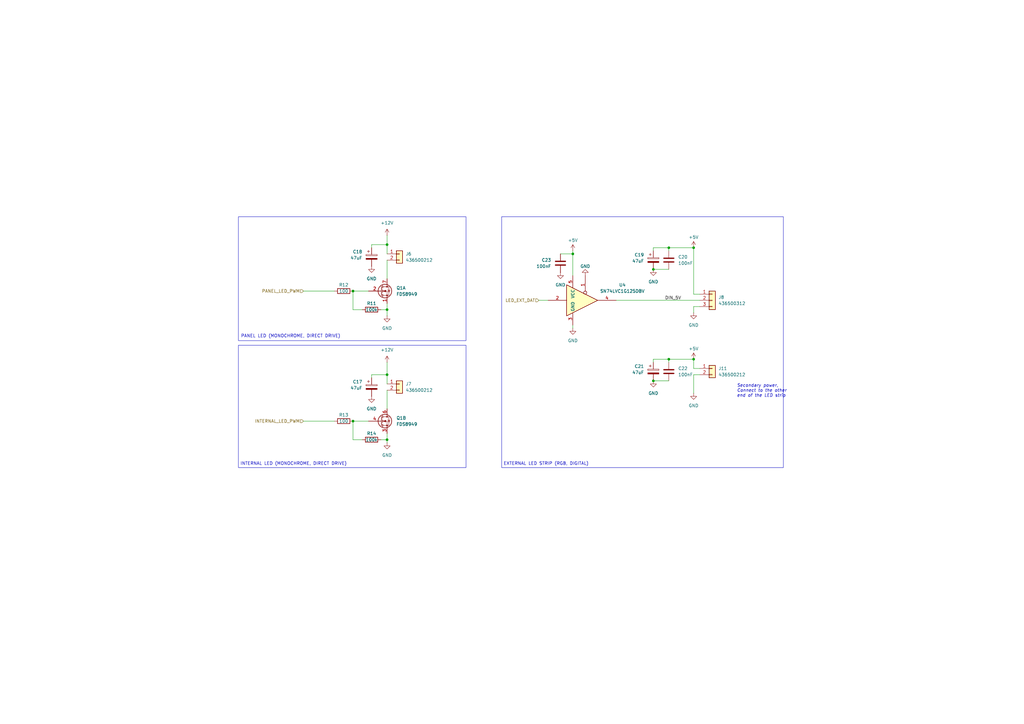
<source format=kicad_sch>
(kicad_sch (version 20231120) (generator "eeschema") (generator_version "8.0")
  (paper "A3")
  (title_block (title "Porto - Butterfly") (date "2025-02-15") (rev "v2.0"))
  (lib_symbols
    (symbol "74xGxx:SN74LVC1G125DBV"
      (property "Reference" "U" (at -10.16 7.62 0))
      (property "Value" "SN74LVC1G125DBV" (at 2.54 -7.62 0))
      (symbol "SN74LVC1G125DBV_0_1"
        (polyline (pts (xy -7.62 6.35) (xy -7.62 -6.35) (xy 5.08 0) (xy -7.62 6.35)) (stroke (width 0.254)) (fill (type background)))
      )
      (symbol "SN74LVC1G125DBV_1_1"
        (pin input inverted (at 0 10.16 270) (length 7.62) (name "~") (number "1"))
        (pin input line (at -15.24 0 0) (length 7.62) (name "~") (number "2"))
        (pin power_in line (at -5.08 -10.16 90) (length 5.08) (name "GND") (number "3"))
        (pin tri_state line (at 12.7 0 180) (length 7.62) (name "~") (number "4"))
        (pin power_in line (at -5.08 10.16 270) (length 5.08) (name "VCC") (number "5"))
      )
    )
    (symbol "Connector_Generic:Conn_01x02" (pin_names (offset 1.016) hide)
      (property "Reference" "J" (at 0 2.54 0))
      (property "Value" "Conn_01x02" (at 0 -5.08 0))
      (symbol "Conn_01x02_1_1"
        (rectangle (start -1.27 -2.413) (end 0 -2.667) (stroke (width 0.1524)))
        (rectangle (start -1.27 0.127) (end 0 -0.127) (stroke (width 0.1524)))
        (rectangle (start -1.27 1.27) (end 1.27 -3.81) (stroke (width 0.254)) (fill (type background)))
        (pin passive line (at -5.08 0 0) (length 3.81) (name "Pin_1") (number "1"))
        (pin passive line (at -5.08 -2.54 0) (length 3.81) (name "Pin_2") (number "2"))
      )
    )
    (symbol "Connector_Generic:Conn_01x03" (pin_names (offset 1.016) hide)
      (property "Reference" "J" (at 0 5.08 0))
      (property "Value" "Conn_01x03" (at 0 -5.08 0))
      (symbol "Conn_01x03_1_1"
        (rectangle (start -1.27 -2.413) (end 0 -2.667) (stroke (width 0.1524)))
        (rectangle (start -1.27 0.127) (end 0 -0.127) (stroke (width 0.1524)))
        (rectangle (start -1.27 2.667) (end 0 2.413) (stroke (width 0.1524)))
        (rectangle (start -1.27 3.81) (end 1.27 -3.81) (stroke (width 0.254)) (fill (type background)))
        (pin passive line (at -5.08 2.54 0) (length 3.81) (name "Pin_1") (number "1"))
        (pin passive line (at -5.08 0 0) (length 3.81) (name "Pin_2") (number "2"))
        (pin passive line (at -5.08 -2.54 0) (length 3.81) (name "Pin_3") (number "3"))
      )
    )
    (symbol "Device:C" (pin_numbers hide) (pin_names (offset 0.254))
      (property "Reference" "C" (at 0.635 2.54 0))
      (property "Value" "C" (at 0.635 -2.54 0))
      (symbol "C_0_1"
        (polyline (pts (xy -2.032 -0.762) (xy 2.032 -0.762)) (stroke (width 0.508)))
        (polyline (pts (xy -2.032 0.762) (xy 2.032 0.762)) (stroke (width 0.508)))
      )
      (symbol "C_1_1"
        (pin passive line (at 0 3.81 270) (length 2.794) (name "~") (number "1"))
        (pin passive line (at 0 -3.81 90) (length 2.794) (name "~") (number "2"))
      )
    )
    (symbol "Device:C_Polarized" (pin_numbers hide) (pin_names (offset 0.254))
      (property "Reference" "C" (at 0.635 2.54 0))
      (property "Value" "C_Polarized" (at 0.635 -2.54 0))
      (symbol "C_Polarized_0_1"
        (rectangle (start -2.286 0.508) (end 2.286 1.016))
        (polyline (pts (xy -1.778 2.286) (xy -0.762 2.286)))
        (polyline (pts (xy -1.27 2.794) (xy -1.27 1.778)))
        (rectangle (start 2.286 -0.508) (end -2.286 -1.016) (fill (type outline)))
      )
      (symbol "C_Polarized_1_1"
        (pin passive line (at 0 3.81 270) (length 2.794) (name "~") (number "1"))
        (pin passive line (at 0 -3.81 90) (length 2.794) (name "~") (number "2"))
      )
    )
    (symbol "Device:R" (pin_numbers hide) (pin_names (offset 0))
      (property "Reference" "R" (at 2.032 0 90))
      (property "Value" "R" (at 0 0 90))
      (symbol "R_0_1"
        (rectangle (start -1.016 -2.54) (end 1.016 2.54) (stroke (width 0.254)))
      )
      (symbol "R_1_1"
        (pin passive line (at 0 3.81 270) (length 1.27) (name "~") (number "1"))
        (pin passive line (at 0 -3.81 90) (length 1.27) (name "~") (number "2"))
      )
    )
    (symbol "butterfly-schematic-libs:FDS8949"
      (property "Reference" "Q" (at 3.81 -3.81 0))
      (property "Value" "FDS8949" (at 7.366 -5.842 0))
      (symbol "FDS8949_0_1"
        (circle (center -0.889 0) (radius 2.794) (stroke (width 0.254)))
        (circle (center 0 -1.778) (radius 0.254) (fill (type outline)))
        (polyline (pts (xy -2.286 1.905) (xy -2.286 -1.905)) (stroke (width 0.254)))
        (polyline (pts (xy -1.778 -1.27) (xy -1.778 -2.286)) (stroke (width 0.254)))
        (polyline (pts (xy -1.778 0.508) (xy -1.778 -0.508)) (stroke (width 0.254)))
        (polyline (pts (xy -1.778 2.286) (xy -1.778 1.27)) (stroke (width 0.254)))
        (polyline (pts (xy 0 2.54) (xy 0 1.778)))
        (polyline (pts (xy 0 -2.54) (xy 0 0) (xy -1.778 0)))
        (polyline (pts (xy -1.778 -1.778) (xy 0.762 -1.778) (xy 0.762 1.778) (xy -1.778 1.778)))
        (polyline (pts (xy -1.524 0) (xy -0.508 0.381) (xy -0.508 -0.381) (xy -1.524 0)) (fill (type outline)))
        (polyline (pts (xy 0.254 0.508) (xy 0.381 0.381) (xy 1.143 0.381) (xy 1.27 0.254)))
        (polyline (pts (xy 0.762 0.381) (xy 0.381 -0.254) (xy 1.143 -0.254) (xy 0.762 0.381)))
        (circle (center 0 1.778) (radius 0.254) (fill (type outline)))
      )
      (symbol "FDS8949_1_1"
        (pin passive line (at 0 -5.08 90) (length 2.54) (name "S") (number "1"))
        (pin input line (at -7.62 0 0) (length 5.08) (name "G") (number "2"))
        (pin passive line (at 0 5.08 270) (length 2.54) (name "D") (number "7"))
        (pin passive line (at 0 5.08 270) (length 2.54) hide (name "D") (number "8"))
      )
      (symbol "FDS8949_2_1"
        (pin passive line (at 0 -5.08 90) (length 2.54) (name "S") (number "3"))
        (pin input line (at -7.62 0 0) (length 5.08) (name "G") (number "4"))
        (pin passive line (at 0 5.08 270) (length 2.54) hide (name "D") (number "5"))
        (pin passive line (at 0 5.08 270) (length 2.54) (name "D") (number "6"))
      )
    )
    (symbol "power:+12V" (power) (pin_numbers hide) (pin_names (offset 0) hide)
      (property "Value" "+12V" (at 0 3.556 0))
      (symbol "+12V_0_1"
        (polyline (pts (xy -0.762 1.27) (xy 0 2.54)))
        (polyline (pts (xy 0 0) (xy 0 2.54)))
        (polyline (pts (xy 0 2.54) (xy 0.762 1.27)))
      )
      (symbol "+12V_1_1"
        (pin power_in line (at 0 0 90) (length 0) (name "~") (number "1"))
      )
    )
    (symbol "power:+5V" (power) (pin_numbers hide) (pin_names (offset 0) hide)
      (property "Value" "+5V" (at 0 3.556 0))
      (symbol "+5V_0_1"
        (polyline (pts (xy -0.762 1.27) (xy 0 2.54)))
        (polyline (pts (xy 0 0) (xy 0 2.54)))
        (polyline (pts (xy 0 2.54) (xy 0.762 1.27)))
      )
      (symbol "+5V_1_1"
        (pin power_in line (at 0 0 90) (length 0) (name "~") (number "1"))
      )
    )
    (symbol "power:GND" (power) (pin_numbers hide) (pin_names (offset 0) hide)
      (property "Value" "GND" (at 0 -3.81 0))
      (symbol "GND_0_1"
        (polyline (pts (xy 0 0) (xy 0 -1.27) (xy 1.27 -1.27) (xy 0 -2.54) (xy -1.27 -1.27) (xy 0 -1.27)))
      )
      (symbol "GND_1_1"
        (pin power_in line (at 0 0 270) (length 0) (name "~") (number "1"))
      )
    )
  )
  (junction (at 274.32 147.32))
  (junction (at 234.95 104.14))
  (junction (at 274.32 101.6))
  (junction (at 284.48 101.6))
  (junction (at 284.48 147.32))
  (junction (at 158.75 180.34))
  (junction (at 267.97 156.21))
  (junction (at 267.97 110.49))
  (junction (at 144.78 119.38))
  (junction (at 144.78 172.72))
  (junction (at 158.75 100.33))
  (junction (at 158.75 153.67))
  (junction (at 158.75 127))
  (wire (pts (xy 124.46 172.72) (xy 137.16 172.72)))
  (wire (pts (xy 156.21 127) (xy 158.75 127)))
  (wire (pts (xy 274.32 101.6) (xy 274.32 102.87)))
  (wire (pts (xy 144.78 172.72) (xy 151.13 172.72)))
  (wire (pts (xy 158.75 177.8) (xy 158.75 180.34)))
  (wire (pts (xy 234.95 133.35) (xy 234.95 134.62)))
  (wire (pts (xy 158.75 124.46) (xy 158.75 127)))
  (wire (pts (xy 267.97 156.21) (xy 274.32 156.21)))
  (wire (pts (xy 148.59 180.34) (xy 144.78 180.34)))
  (wire (pts (xy 158.75 148.59) (xy 158.75 153.67)))
  (wire (pts (xy 158.75 153.67) (xy 158.75 157.48)))
  (wire (pts (xy 274.32 147.32) (xy 274.32 148.59)))
  (wire (pts (xy 287.02 120.65) (xy 284.48 120.65)))
  (wire (pts (xy 267.97 148.59) (xy 267.97 147.32)))
  (wire (pts (xy 144.78 127) (xy 144.78 119.38)))
  (wire (pts (xy 284.48 125.73) (xy 287.02 125.73)))
  (wire (pts (xy 267.97 110.49) (xy 274.32 110.49)))
  (wire (pts (xy 267.97 102.87) (xy 267.97 101.6)))
  (wire (pts (xy 284.48 151.13) (xy 287.02 151.13)))
  (wire (pts (xy 158.75 160.02) (xy 158.75 167.64)))
  (wire (pts (xy 144.78 119.38) (xy 151.13 119.38)))
  (wire (pts (xy 158.75 127) (xy 158.75 129.54)))
  (wire (pts (xy 148.59 127) (xy 144.78 127)))
  (wire (pts (xy 234.95 102.87) (xy 234.95 104.14)))
  (wire (pts (xy 152.4 101.6) (xy 152.4 100.33)))
  (wire (pts (xy 229.87 104.14) (xy 234.95 104.14)))
  (wire (pts (xy 284.48 128.27) (xy 284.48 125.73)))
  (wire (pts (xy 284.48 101.6) (xy 284.48 120.65)))
  (wire (pts (xy 267.97 101.6) (xy 274.32 101.6)))
  (wire (pts (xy 158.75 181.61) (xy 158.75 180.34)))
  (wire (pts (xy 124.46 119.38) (xy 137.16 119.38)))
  (wire (pts (xy 267.97 147.32) (xy 274.32 147.32)))
  (wire (pts (xy 156.21 180.34) (xy 158.75 180.34)))
  (wire (pts (xy 287.02 153.67) (xy 284.48 153.67)))
  (wire (pts (xy 284.48 153.67) (xy 284.48 161.29)))
  (wire (pts (xy 152.4 100.33) (xy 158.75 100.33)))
  (wire (pts (xy 152.4 154.94) (xy 152.4 153.67)))
  (wire (pts (xy 158.75 96.52) (xy 158.75 100.33)))
  (wire (pts (xy 220.98 123.19) (xy 224.79 123.19)))
  (wire (pts (xy 274.32 101.6) (xy 284.48 101.6)))
  (wire (pts (xy 274.32 147.32) (xy 284.48 147.32)))
  (wire (pts (xy 252.73 123.19) (xy 287.02 123.19)))
  (wire (pts (xy 152.4 153.67) (xy 158.75 153.67)))
  (wire (pts (xy 284.48 147.32) (xy 284.48 151.13)))
  (wire (pts (xy 158.75 100.33) (xy 158.75 104.14)))
  (wire (pts (xy 158.75 106.68) (xy 158.75 114.3)))
  (wire (pts (xy 234.95 104.14) (xy 234.95 113.03)))
  (wire (pts (xy 144.78 180.34) (xy 144.78 172.72)))
  (rectangle (start 205.74 88.9) (end 321.31 191.77))
  (rectangle (start 97.79 141.605) (end 191.135 191.77))
  (rectangle (start 97.79 88.9) (end 191.135 139.7))
  (text "PANEL LED (MONOCHROME, DIRECT DRIVE)" (at 98.806 137.922 0) (effects (font (size 1.27 1.27)) (justify left)))
  (text "Secondary power,\nConnect to the other\nend of the LED strip" (at 302.26 160.274 0) (effects (font (size 1.27 1.27) (italic yes)) (justify left)))
  (text "INTERNAL LED (MONOCHROME, DIRECT DRIVE)" (at 98.552 190.246 0) (effects (font (size 1.27 1.27)) (justify left)))
  (text "EXTERNAL LED STRIP (RGB, DIGITAL)" (at 206.502 190.246 0) (effects (font (size 1.27 1.27)) (justify left)))
  (label "DIN_5V" (at 279.4 123.19 180))
  (hierarchical_label "INTERNAL_LED_PWM" (shape input) (at 124.46 172.72 180))
  (hierarchical_label "PANEL_LED_PWM" (shape input) (at 124.46 119.38 180))
  (hierarchical_label "LED_EXT_DAT" (shape input) (at 220.98 123.19 180))
  (symbol (lib_id "Device:R") (at 152.4 127 90) (unit 1)
    (property "Reference" "R11" (at 152.4 124.46 90))
    (property "Value" "100k" (at 152.4 127 90))
    (property "Footprint" "Resistor_SMD:R_0402_1005Metric_Pad0.72x0.64mm_HandSolder" (effects (hide yes)))
    (property "Description" "Resistor" (effects (hide yes)))
    (property "JLC" "C25741" (effects (hide yes)))
  )
  (symbol (lib_id "butterfly-schematic-libs:FDS8949") (at 158.75 119.38 0) (unit 1)
    (property "Reference" "Q1" (at 162.56 118.1099 0) (effects (justify left)))
    (property "Value" "FDS8949" (at 162.56 120.6499 0) (effects (justify left)))
    (property "Footprint" "butterfly-footprint-libs:SOIC127P600X175-8N" (effects (hide yes)))
    (property "Datasheet" "https://www.onsemi.com/download/data-sheet/pdf/fds8949-d.pdf" (effects (hide yes)))
    (property "Description" "40V 6A 2W 29mΩ@10V,6A 3V@250uA 2 N-Channel SO-8-150mil MOSFETs ROHS" (effects (hide yes)))
    (property "JLC" "C10874" (effects (hide yes)))
  )
  (symbol (lib_id "Connector_Generic:Conn_01x02") (at 163.83 104.14 0) (unit 1)
    (property "Reference" "J6" (at 166.37 104.1399 0) (effects (justify left)))
    (property "Value" "436500212" (at 166.37 106.6799 0) (effects (justify left)))
    (property "Footprint" "butterfly-footprint-libs:436500212" (effects (hide yes)))
    (property "Datasheet" "https://tools.molex.com/pdm_docs/ps/PS-43650.pdf" (effects (hide yes)))
    (property "Description" "1x2P 2P Micro-Fit(MX 3.0) Tin 2 -40℃~+105℃ 8.5A 1 3mm Brass Horizontal attachment SMD,P=3mm,Surface Mount，Right Angle Wire To Board Connector ROHS" (effects (hide yes)))
    (property "JLC" "C240839" (effects (hide yes)))
  )
  (symbol (lib_id "Connector_Generic:Conn_01x02") (at 163.83 157.48 0) (unit 1)
    (property "Reference" "J7" (at 166.37 157.4799 0) (effects (justify left)))
    (property "Value" "436500212" (at 166.37 160.0199 0) (effects (justify left)))
    (property "Footprint" "butterfly-footprint-libs:436500212" (effects (hide yes)))
    (property "Datasheet" "https://tools.molex.com/pdm_docs/ps/PS-43650.pdf" (effects (hide yes)))
    (property "Description" "1x2P 2P Micro-Fit(MX 3.0) Tin 2 -40℃~+105℃ 8.5A 1 3mm Brass Horizontal attachment SMD,P=3mm,Surface Mount，Right Angle Wire To Board Connector ROHS" (effects (hide yes)))
    (property "JLC" "C240839" (effects (hide yes)))
  )
  (symbol (lib_id "power:+5V") (at 284.48 101.6 0) (unit 1)
    (property "Reference" "#PWR050" (effects (hide yes)))
    (property "Value" "+5V" (at 284.48 97.282 0))
    (property "Description" "Power symbol creates a global label with name \"+5V\"" (effects (hide yes)))
  )
  (symbol (lib_id "Connector_Generic:Conn_01x02") (at 292.1 151.13 0) (unit 1)
    (property "Reference" "J11" (at 294.64 151.1299 0) (effects (justify left)))
    (property "Value" "436500212" (at 294.64 153.6699 0) (effects (justify left)))
    (property "Footprint" "butterfly-footprint-libs:436500212" (effects (hide yes)))
    (property "Datasheet" "https://tools.molex.com/pdm_docs/ps/PS-43650.pdf" (effects (hide yes)))
    (property "Description" "1x2P 2P Micro-Fit(MX 3.0) Tin 2 -40℃~+105℃ 8.5A 1 3mm Brass Horizontal attachment SMD,P=3mm,Surface Mount，Right Angle Wire To Board Connector ROHS" (effects (hide yes)))
    (property "JLC" "C240839" (effects (hide yes)))
  )
  (symbol (lib_id "Device:R") (at 140.97 119.38 90) (unit 1)
    (property "Reference" "R12" (at 140.97 116.84 90))
    (property "Value" "100" (at 140.97 119.38 90))
    (property "Footprint" "Resistor_SMD:R_0402_1005Metric_Pad0.72x0.64mm_HandSolder" (effects (hide yes)))
    (property "Description" "Resistor" (effects (hide yes)))
    (property "JLC" "C25076" (effects (hide yes)))
  )
  (symbol (lib_id "power:GND") (at 152.4 162.56 0) (unit 1)
    (property "Reference" "#PWR039" (effects (hide yes)))
    (property "Value" "GND" (at 152.4 167.64 0))
    (property "Description" "Power symbol creates a global label with name \"GND\" , ground" (effects (hide yes)))
  )
  (symbol (lib_id "Device:C") (at 274.32 152.4 0) (unit 1)
    (property "Reference" "C22" (at 278.13 151.1299 0) (effects (justify left)))
    (property "Value" "100nF" (at 278.13 153.6699 0) (effects (justify left)))
    (property "Footprint" "Capacitor_SMD:C_0402_1005Metric" (effects (hide yes)))
    (property "Description" "16V 100nF X7R ±10% 0402 Multilayer Ceramic Capacitors MLCC - SMD/SMT ROHS" (effects (hide yes)))
    (property "JLC" "C1525" (effects (hide yes)))
  )
  (symbol (lib_id "power:+5V") (at 284.48 147.32 0) (unit 1)
    (property "Reference" "#PWR052" (effects (hide yes)))
    (property "Value" "+5V" (at 284.48 143.002 0))
    (property "Description" "Power symbol creates a global label with name \"+5V\"" (effects (hide yes)))
  )
  (symbol (lib_id "Device:C_Polarized") (at 152.4 158.75 0) (unit 1)
    (property "Reference" "C17" (at 148.59 156.5909 0) (effects (justify right)))
    (property "Value" "47uF" (at 148.59 159.1309 0) (effects (justify right)))
    (property "Footprint" "Capacitor_SMD:CP_Elec_5x5.4" (effects (hide yes)))
    (property "Description" "47uF 16V ±20% SMD,D5xL5.4mm  Aluminum Electrolytic Capacitors - SMD ROHS" (effects (hide yes)))
    (property "JLC" "C3337" (effects (hide yes)))
  )
  (symbol (lib_id "Device:R") (at 152.4 180.34 90) (unit 1)
    (property "Reference" "R14" (at 152.4 177.8 90))
    (property "Value" "100k" (at 152.4 180.34 90))
    (property "Footprint" "Resistor_SMD:R_0402_1005Metric_Pad0.72x0.64mm_HandSolder" (effects (hide yes)))
    (property "Description" "Resistor" (effects (hide yes)))
    (property "JLC" "C25741" (effects (hide yes)))
  )
  (symbol (lib_id "Device:C_Polarized") (at 267.97 152.4 0) (unit 1)
    (property "Reference" "C21" (at 264.16 150.2409 0) (effects (justify right)))
    (property "Value" "47uF" (at 264.16 152.7809 0) (effects (justify right)))
    (property "Footprint" "Capacitor_SMD:CP_Elec_5x5.4" (effects (hide yes)))
    (property "Description" "47uF 16V ±20% SMD,D5xL5.4mm  Aluminum Electrolytic Capacitors - SMD ROHS" (effects (hide yes)))
    (property "JLC" "C3337" (effects (hide yes)))
  )
  (symbol (lib_id "power:GND") (at 267.97 156.21 0) (unit 1)
    (property "Reference" "#PWR053" (effects (hide yes)))
    (property "Value" "GND" (at 267.97 161.29 0))
    (property "Description" "Power symbol creates a global label with name \"GND\" , ground" (effects (hide yes)))
  )
  (symbol (lib_id "Device:R") (at 140.97 172.72 90) (unit 1)
    (property "Reference" "R13" (at 140.97 170.18 90))
    (property "Value" "100" (at 140.97 172.72 90))
    (property "Footprint" "Resistor_SMD:R_0402_1005Metric_Pad0.72x0.64mm_HandSolder" (effects (hide yes)))
    (property "Description" "Resistor" (effects (hide yes)))
    (property "JLC" "C25076" (effects (hide yes)))
  )
  (symbol (lib_id "Device:C") (at 229.87 107.95 0) (mirror y) (unit 1)
    (property "Reference" "C23" (at 226.06 106.6799 0) (effects (justify left)))
    (property "Value" "100nF" (at 226.06 109.2199 0) (effects (justify left)))
    (property "Footprint" "Capacitor_SMD:C_0402_1005Metric" (effects (hide yes)))
    (property "Description" "16V 100nF X7R ±10% 0402 Multilayer Ceramic Capacitors MLCC - SMD/SMT ROHS" (effects (hide yes)))
    (property "JLC" "C1525" (effects (hide yes)))
  )
  (symbol (lib_id "power:+12V") (at 158.75 96.52 0) (unit 1)
    (property "Reference" "#PWR043" (effects (hide yes)))
    (property "Value" "+12V" (at 158.75 91.44 0))
    (property "Description" "Power symbol creates a global label with name \"+12V\"" (effects (hide yes)))
  )
  (symbol (lib_id "74xGxx:SN74LVC1G125DBV") (at 240.03 123.19 0) (unit 1)
    (property "Reference" "U4" (at 255.27 116.8714 0))
    (property "Value" "SN74LVC1G125DBV" (at 255.27 119.4114 0))
    (property "Footprint" "Package_TO_SOT_SMD:SOT-23-5" (effects (hide yes)))
    (property "Datasheet" "http://www.ti.com/lit/ds/symlink/sn74lvc1g125.pdf" (effects (hide yes)))
    (property "Description" "Single Buffer Gate Tri-State, Low-Voltage CMOS, SOT-23-5" (effects (hide yes)))
    (property "JLC" "C23654" (effects (hide yes)))
  )
  (symbol (lib_id "power:+12V") (at 158.75 148.59 0) (unit 1)
    (property "Reference" "#PWR037" (effects (hide yes)))
    (property "Value" "+12V" (at 158.75 143.51 0))
    (property "Description" "Power symbol creates a global label with name \"+12V\"" (effects (hide yes)))
  )
  (symbol (lib_id "power:+5V") (at 234.95 102.87 0) (unit 1)
    (property "Reference" "#PWR056" (effects (hide yes)))
    (property "Value" "+5V" (at 234.95 98.552 0))
    (property "Description" "Power symbol creates a global label with name \"+5V\"" (effects (hide yes)))
  )
  (symbol (lib_id "power:GND") (at 158.75 129.54 0) (unit 1)
    (property "Reference" "#PWR036" (effects (hide yes)))
    (property "Value" "GND" (at 158.75 134.62 0))
    (property "Description" "Power symbol creates a global label with name \"GND\" , ground" (effects (hide yes)))
  )
  (symbol (lib_id "power:GND") (at 152.4 109.22 0) (unit 1)
    (property "Reference" "#PWR042" (effects (hide yes)))
    (property "Value" "GND" (at 152.4 114.3 0))
    (property "Description" "Power symbol creates a global label with name \"GND\" , ground" (effects (hide yes)))
  )
  (symbol (lib_id "power:GND") (at 158.75 181.61 0) (unit 1)
    (property "Reference" "#PWR033" (effects (hide yes)))
    (property "Value" "GND" (at 158.75 186.69 0))
    (property "Description" "Power symbol creates a global label with name \"GND\" , ground" (effects (hide yes)))
  )
  (symbol (lib_id "power:GND") (at 234.95 134.62 0) (unit 1)
    (property "Reference" "#PWR054" (effects (hide yes)))
    (property "Value" "GND" (at 234.95 139.7 0))
    (property "Description" "Power symbol creates a global label with name \"GND\" , ground" (effects (hide yes)))
  )
  (symbol (lib_id "power:GND") (at 267.97 110.49 0) (unit 1)
    (property "Reference" "#PWR051" (effects (hide yes)))
    (property "Value" "GND" (at 267.97 115.57 0))
    (property "Description" "Power symbol creates a global label with name \"GND\" , ground" (effects (hide yes)))
  )
  (symbol (lib_id "Device:C_Polarized") (at 152.4 105.41 0) (unit 1)
    (property "Reference" "C18" (at 148.59 103.2509 0) (effects (justify right)))
    (property "Value" "47uF" (at 148.59 105.7909 0) (effects (justify right)))
    (property "Footprint" "Capacitor_SMD:CP_Elec_5x5.4" (effects (hide yes)))
    (property "Description" "47uF 16V ±20% SMD,D5xL5.4mm  Aluminum Electrolytic Capacitors - SMD ROHS" (effects (hide yes)))
    (property "JLC" "C3337" (effects (hide yes)))
  )
  (symbol (lib_id "power:GND") (at 284.48 128.27 0) (unit 1)
    (property "Reference" "#PWR045" (effects (hide yes)))
    (property "Value" "GND" (at 284.48 133.35 0))
    (property "Description" "Power symbol creates a global label with name \"GND\" , ground" (effects (hide yes)))
  )
  (symbol (lib_id "power:GND") (at 240.03 113.03 180) (unit 1)
    (property "Reference" "#PWR055" (effects (hide yes)))
    (property "Value" "GND" (at 240.03 109.22 0))
    (property "Description" "Power symbol creates a global label with name \"GND\" , ground" (effects (hide yes)))
  )
  (symbol (lib_id "Device:C_Polarized") (at 267.97 106.68 0) (unit 1)
    (property "Reference" "C19" (at 264.16 104.5209 0) (effects (justify right)))
    (property "Value" "47uF" (at 264.16 107.0609 0) (effects (justify right)))
    (property "Footprint" "Capacitor_SMD:CP_Elec_5x5.4" (effects (hide yes)))
    (property "Description" "47uF 16V ±20% SMD,D5xL5.4mm  Aluminum Electrolytic Capacitors - SMD ROHS" (effects (hide yes)))
    (property "JLC" "C3337" (effects (hide yes)))
  )
  (symbol (lib_id "Device:C") (at 274.32 106.68 0) (unit 1)
    (property "Reference" "C20" (at 278.13 105.4099 0) (effects (justify left)))
    (property "Value" "100nF" (at 278.13 107.9499 0) (effects (justify left)))
    (property "Footprint" "Capacitor_SMD:C_0402_1005Metric" (effects (hide yes)))
    (property "Description" "16V 100nF X7R ±10% 0402 Multilayer Ceramic Capacitors MLCC - SMD/SMT ROHS" (effects (hide yes)))
    (property "JLC" "C1525" (effects (hide yes)))
  )
  (symbol (lib_id "power:GND") (at 284.48 161.29 0) (unit 1)
    (property "Reference" "#PWR044" (effects (hide yes)))
    (property "Value" "GND" (at 284.48 166.37 0))
    (property "Description" "Power symbol creates a global label with name \"GND\" , ground" (effects (hide yes)))
  )
  (symbol (lib_id "Connector_Generic:Conn_01x03") (at 292.1 123.19 0) (unit 1)
    (property "Reference" "J8" (at 294.64 121.9199 0) (effects (justify left)))
    (property "Value" "436500312" (at 294.64 124.4599 0) (effects (justify left)))
    (property "Footprint" "butterfly-footprint-libs:436500312" (effects (hide yes)))
    (property "Description" "1x3P 3P Micro-Fit(MX 3.0) Tin 3 -40℃~+105℃ 8.5A 1 3mm Brass Horizontal attachment SMD,P=3mm,Surface Mount，Right Angle Wire To Board Connector ROHS" (effects (hide yes)))
    (property "JLC" "C114109" (effects (hide yes)))
  )
  (symbol (lib_id "power:GND") (at 229.87 111.76 0) (unit 1)
    (property "Reference" "#PWR057" (effects (hide yes)))
    (property "Value" "GND" (at 229.87 116.84 0))
    (property "Description" "Power symbol creates a global label with name \"GND\" , ground" (effects (hide yes)))
  )
  (symbol (lib_id "butterfly-schematic-libs:FDS8949") (at 158.75 172.72 0) (unit 2)
    (property "Reference" "Q1" (at 162.56 171.4499 0) (effects (justify left)))
    (property "Value" "FDS8949" (at 162.56 173.9899 0) (effects (justify left)))
    (property "Footprint" "butterfly-footprint-libs:SOIC127P600X175-8N" (effects (hide yes)))
    (property "Datasheet" "https://www.onsemi.com/download/data-sheet/pdf/fds8949-d.pdf" (effects (hide yes)))
    (property "Description" "40V 6A 2W 29mΩ@10V,6A 3V@250uA 2 N-Channel SO-8-150mil MOSFETs ROHS" (effects (hide yes)))
    (property "JLC" "C10874" (effects (hide yes)))
  )
)
</source>
